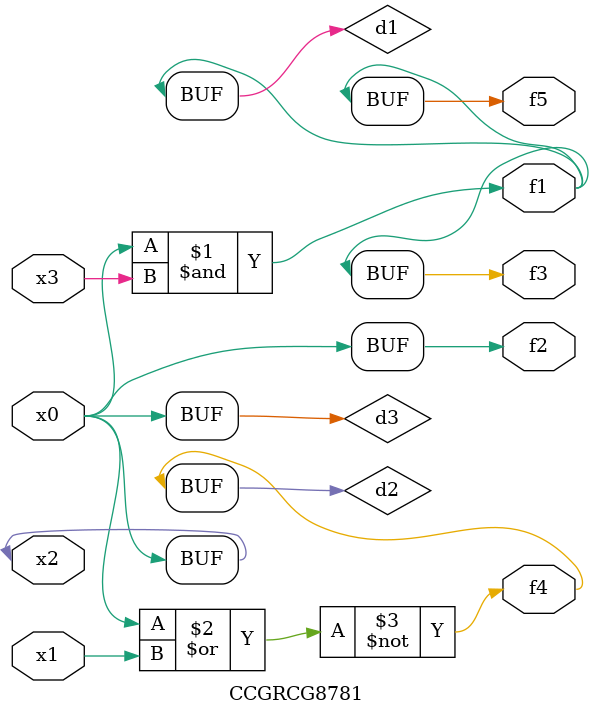
<source format=v>
module CCGRCG8781(
	input x0, x1, x2, x3,
	output f1, f2, f3, f4, f5
);

	wire d1, d2, d3;

	and (d1, x2, x3);
	nor (d2, x0, x1);
	buf (d3, x0, x2);
	assign f1 = d1;
	assign f2 = d3;
	assign f3 = d1;
	assign f4 = d2;
	assign f5 = d1;
endmodule

</source>
